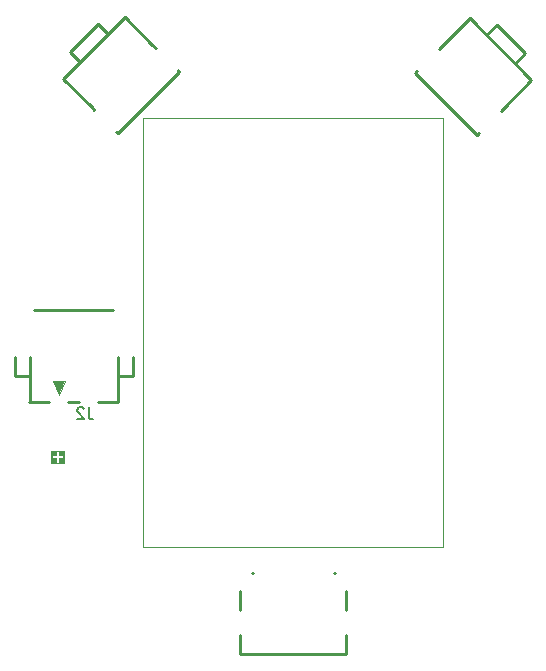
<source format=gbr>
%TF.GenerationSoftware,KiCad,Pcbnew,8.0.1*%
%TF.CreationDate,2024-05-01T12:09:58+08:00*%
%TF.ProjectId,controller,636f6e74-726f-46c6-9c65-722e6b696361,rev?*%
%TF.SameCoordinates,Original*%
%TF.FileFunction,Legend,Bot*%
%TF.FilePolarity,Positive*%
%FSLAX46Y46*%
G04 Gerber Fmt 4.6, Leading zero omitted, Abs format (unit mm)*
G04 Created by KiCad (PCBNEW 8.0.1) date 2024-05-01 12:09:58*
%MOMM*%
%LPD*%
G01*
G04 APERTURE LIST*
%ADD10C,0.100000*%
%ADD11C,0.150000*%
%ADD12C,0.254000*%
%ADD13C,0.120000*%
G04 APERTURE END LIST*
D10*
X110300000Y-62200000D02*
X135700000Y-62200000D01*
X135700000Y-98500000D01*
X110300000Y-98500000D01*
X110300000Y-62200000D01*
D11*
G36*
X103647890Y-91454489D02*
G01*
X102516646Y-91454489D01*
X102516646Y-90903498D01*
X102627757Y-90903498D01*
X102638956Y-90930534D01*
X102659648Y-90951226D01*
X102686684Y-90962425D01*
X102701316Y-90963866D01*
X103008113Y-90963296D01*
X103008709Y-91284451D01*
X103019908Y-91311487D01*
X103040600Y-91332179D01*
X103067636Y-91343378D01*
X103096900Y-91343378D01*
X103123936Y-91332179D01*
X103144628Y-91311487D01*
X103155827Y-91284451D01*
X103157268Y-91269819D01*
X103156698Y-90963020D01*
X103477852Y-90962425D01*
X103504888Y-90951226D01*
X103525580Y-90930534D01*
X103536779Y-90903498D01*
X103536779Y-90874234D01*
X103525580Y-90847198D01*
X103504888Y-90826506D01*
X103477852Y-90815307D01*
X103463220Y-90813866D01*
X103156422Y-90814435D01*
X103155827Y-90493282D01*
X103144628Y-90466246D01*
X103123936Y-90445554D01*
X103096900Y-90434355D01*
X103067636Y-90434355D01*
X103040600Y-90445554D01*
X103019908Y-90466246D01*
X103008709Y-90493282D01*
X103007268Y-90507914D01*
X103007837Y-90814711D01*
X102686684Y-90815307D01*
X102659648Y-90826506D01*
X102638956Y-90847198D01*
X102627757Y-90874234D01*
X102627757Y-90903498D01*
X102516646Y-90903498D01*
X102516646Y-90323244D01*
X103647890Y-90323244D01*
X103647890Y-91454489D01*
G37*
X105689160Y-86661819D02*
X105689160Y-87376104D01*
X105689160Y-87376104D02*
X105736779Y-87518961D01*
X105736779Y-87518961D02*
X105832017Y-87614200D01*
X105832017Y-87614200D02*
X105974874Y-87661819D01*
X105974874Y-87661819D02*
X106070112Y-87661819D01*
X105260588Y-86757057D02*
X105212969Y-86709438D01*
X105212969Y-86709438D02*
X105117731Y-86661819D01*
X105117731Y-86661819D02*
X104879636Y-86661819D01*
X104879636Y-86661819D02*
X104784398Y-86709438D01*
X104784398Y-86709438D02*
X104736779Y-86757057D01*
X104736779Y-86757057D02*
X104689160Y-86852295D01*
X104689160Y-86852295D02*
X104689160Y-86947533D01*
X104689160Y-86947533D02*
X104736779Y-87090390D01*
X104736779Y-87090390D02*
X105308207Y-87661819D01*
X105308207Y-87661819D02*
X104689160Y-87661819D01*
D12*
%TO.C,SW4*%
X104946268Y-57450431D02*
X104062385Y-56566548D01*
X105928439Y-61261030D02*
X103532054Y-58864645D01*
X105928439Y-61261030D02*
X106137036Y-61469626D01*
X106466548Y-54162385D02*
X104062385Y-56566548D01*
X107350431Y-55046268D02*
X106466548Y-54162385D01*
X107998141Y-63330731D02*
X108128249Y-63460839D01*
X108764645Y-53632054D02*
X103532054Y-58864645D01*
X111071227Y-55938637D02*
X108764645Y-53632054D01*
X111369626Y-56237036D02*
X111071227Y-55938637D01*
X113360839Y-58228249D02*
X108128249Y-63460839D01*
X113360839Y-58228249D02*
X113230731Y-58098141D01*
%TO.C,J1*%
X118530000Y-102167000D02*
X118530000Y-103833000D01*
X118530000Y-105967000D02*
X118530000Y-107500000D01*
X118530000Y-107500000D02*
X127470000Y-107500000D01*
X119569000Y-100700000D02*
X119497000Y-100700000D01*
X126503000Y-100700000D02*
X126431000Y-100700000D01*
X127470000Y-102167000D02*
X127470000Y-103833000D01*
X127470000Y-105967000D02*
X127470000Y-107500000D01*
%TO.C,SW6*%
X133469269Y-58198141D02*
X133339161Y-58328249D01*
X135538970Y-56128439D02*
X135330374Y-56337036D01*
X135538970Y-56128439D02*
X137935355Y-53732054D01*
X138571751Y-63560839D02*
X133339161Y-58328249D01*
X138571751Y-63560839D02*
X138701859Y-63430731D01*
X139349569Y-55146268D02*
X140233452Y-54262385D01*
X140562964Y-61569626D02*
X140861363Y-61271227D01*
X140861363Y-61271227D02*
X143167946Y-58964645D01*
X141753732Y-57550431D02*
X142637615Y-56666548D01*
X142637615Y-56666548D02*
X140233452Y-54262385D01*
X143167946Y-58964645D02*
X137935355Y-53732054D01*
%TO.C,J2*%
X99400000Y-82406000D02*
X99400000Y-83975000D01*
X99400000Y-83975000D02*
X100675000Y-83975000D01*
X100650000Y-86225000D02*
X100675000Y-86200000D01*
X100650000Y-86225000D02*
X102299000Y-86225000D01*
X100675000Y-82406000D02*
X100675000Y-83975000D01*
X100675000Y-86200000D02*
X100675000Y-83975000D01*
X103961000Y-86225000D02*
X104839000Y-86225000D01*
X106501000Y-86225000D02*
X108150000Y-86225000D01*
X107747000Y-78425000D02*
X101053000Y-78425000D01*
X108150000Y-82406000D02*
X108150000Y-83975000D01*
X108150000Y-83975000D02*
X109400000Y-83975000D01*
X108150000Y-86225000D02*
X108150000Y-83975000D01*
X109400000Y-82406000D02*
X109400000Y-83975000D01*
D13*
X103130000Y-85607000D02*
X102622000Y-84464000D01*
X103511000Y-84464000D01*
X103638000Y-84464000D01*
X103130000Y-85607000D01*
G36*
X103130000Y-85607000D02*
G01*
X102622000Y-84464000D01*
X103511000Y-84464000D01*
X103638000Y-84464000D01*
X103130000Y-85607000D01*
G37*
%TD*%
M02*

</source>
